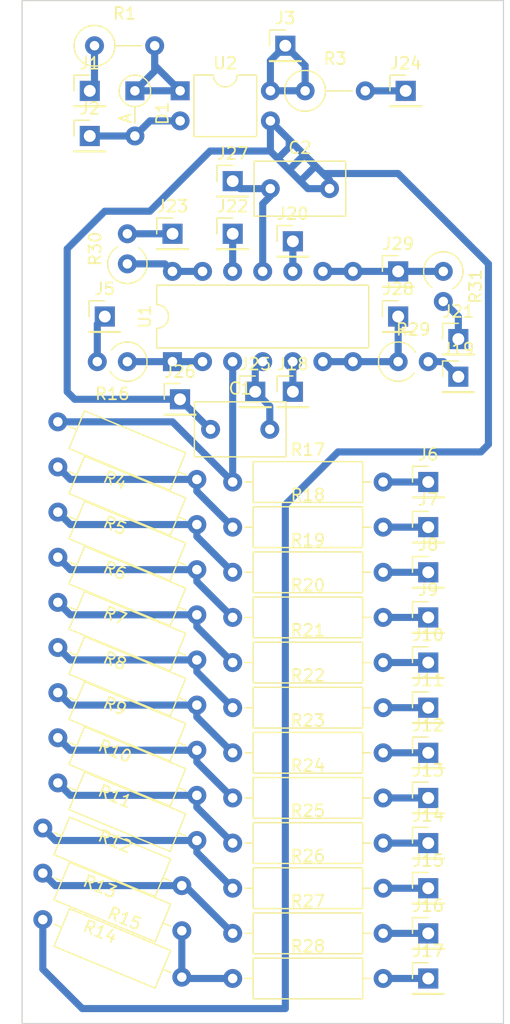
<source format=kicad_pcb>
(kicad_pcb (version 20211014) (generator pcbnew)
  (title_block (title "Arduino MIDI-CV перетворювач") (date "2022-03-11") (rev "0.3") (company "Баранов Віктор"))
  (layers (0 "F.Cu" signal) (31 "B.Cu" signal) (34 "B.Paste" user) (35 "F.Paste" user) (36 "B.SilkS" user "B.Silkscreen") (37 "F.SilkS" user "F.Silkscreen") (38 "B.Mask" user) (39 "F.Mask" user) (44 "Edge.Cuts" user))
  (net 0 "")
  (net 1 "Earth")
  (net 2 "+12V")
  (net 3 "-12V")
  (net 4 "Net-(D1-Pad1)")
  (net 5 "Net-(D1-Pad2)")
  (net 6 "Net-(J1-Pad1)")
  (net 7 "Net-(J3-Pad1)")
  (net 8 "Net-(J5-Pad1)")
  (net 9 "Net-(J6-Pad1)")
  (net 10 "Net-(J7-Pad1)")
  (net 11 "Net-(J8-Pad1)")
  (net 12 "Net-(J9-Pad1)")
  (net 13 "Net-(J10-Pad1)")
  (net 14 "Net-(J11-Pad1)")
  (net 15 "Net-(J12-Pad1)")
  (net 16 "Net-(J13-Pad1)")
  (net 17 "Net-(J14-Pad1)")
  (net 18 "Net-(J15-Pad1)")
  (net 19 "Net-(J16-Pad1)")
  (net 20 "Net-(J17-Pad1)")
  (net 21 "Net-(J18-Pad1)")
  (net 22 "Net-(J19-Pad1)")
  (net 23 "Net-(J20-Pad1)")
  (net 24 "Net-(J21-Pad1)")
  (net 25 "Net-(J22-Pad1)")
  (net 26 "Net-(J23-Pad1)")
  (net 27 "+5V")
  (net 28 "Net-(R18-Pad1)")
  (net 29 "Net-(R17-Pad1)")
  (net 30 "Net-(R19-Pad1)")
  (net 31 "Net-(R20-Pad1)")
  (net 32 "Net-(R21-Pad1)")
  (net 33 "Net-(R22-Pad1)")
  (net 34 "Net-(R10-Pad2)")
  (net 35 "Net-(R10-Pad1)")
  (net 36 "Net-(R11-Pad1)")
  (net 37 "Net-(R12-Pad1)")
  (net 38 "Net-(R13-Pad1)")
  (net 39 "Net-(R14-Pad1)")
  (net 40 "Net-(R16-Pad1)")
  (net 41 "Net-(R29-Pad1)")
  (net 42 "Net-(R31-Pad1)")
  (net 43 "Net-(U1-Pad13)")
  (footprint "Resistor_THT:R_Axial_DIN0309_L9.0mm_D3.2mm_P12.70mm_Horizontal" (layer "F.Cu") (at 127 137.16)
    (fp_text reference "R28" (at 6.35 -2.72) (layer "F.SilkS"))
    (fp_text value "1K5")
    (pad "1" thru_hole circle (at 0 0) (size 1.6 1.6) (drill 0.8) (layers *.Cu *.Mask) (net 39 "Net-(R14-Pad1)"))
    (pad "2" thru_hole oval (at 12.7 0) (size 1.6 1.6) (drill 0.8) (layers *.Cu *.Mask) (net 20 "Net-(J17-Pad1)"))
  )
  (footprint "Resistor_THT:R_Axial_DIN0309_L9.0mm_D3.2mm_P12.70mm_Horizontal" (layer "F.Cu") (at 123.976635 114.080081 157.5)
    (fp_text reference "R9" (at 6.35 -2.72 157.5) (layer "F.SilkS"))
    (fp_text value "750R")
    (pad "1" thru_hole circle (at 0 0 157.5) (size 1.6 1.6) (drill 0.8) (layers *.Cu *.Mask) (net 34 "Net-(R10-Pad2)"))
    (pad "2" thru_hole oval (at 12.7 0 157.5) (size 1.6 1.6) (drill 0.8) (layers *.Cu *.Mask) (net 33 "Net-(R22-Pad1)"))
  )
  (footprint "Resistor_THT:R_Axial_DIN0309_L9.0mm_D3.2mm_P12.70mm_Horizontal" (layer "F.Cu") (at 127 102.87)
    (fp_text reference "R19" (at 6.35 -2.72) (layer "F.SilkS"))
    (fp_text value "1K5")
    (pad "1" thru_hole circle (at 0 0) (size 1.6 1.6) (drill 0.8) (layers *.Cu *.Mask) (net 30 "Net-(R19-Pad1)"))
    (pad "2" thru_hole oval (at 12.7 0) (size 1.6 1.6) (drill 0.8) (layers *.Cu *.Mask) (net 11 "Net-(J8-Pad1)"))
  )
  (footprint "Resistor_THT:R_Axial_DIN0309_L9.0mm_D3.2mm_P12.70mm_Horizontal" (layer "F.Cu") (at 123.976635 98.840081 157.5)
    (fp_text reference "R5" (at 6.35 -2.72 157.5) (layer "F.SilkS"))
    (fp_text value "750R")
    (pad "1" thru_hole circle (at 0 0 157.5) (size 1.6 1.6) (drill 0.8) (layers *.Cu *.Mask) (net 30 "Net-(R19-Pad1)"))
    (pad "2" thru_hole oval (at 12.7 0 157.5) (size 1.6 1.6) (drill 0.8) (layers *.Cu *.Mask) (net 28 "Net-(R18-Pad1)"))
  )
  (footprint "Connector_PinHeader_2.54mm:PinHeader_1x01_P2.54mm_Vertical" (layer "F.Cu") (at 140.97 81.28)
    (fp_text reference "J28" (at 0 -2.33) (layer "F.SilkS"))
    (fp_text value "LED gate")
    (pad "1" thru_hole rect (at 0 0) (size 1.7 1.7) (drill 1) (layers *.Cu *.Mask) (net 41 "Net-(R29-Pad1)"))
  )
  (footprint "Resistor_THT:R_Axial_DIN0309_L9.0mm_D3.2mm_P12.70mm_Horizontal" (layer "F.Cu") (at 127 118.11)
    (fp_text reference "R23" (at 6.35 -2.72) (layer "F.SilkS"))
    (fp_text value "1K5")
    (pad "1" thru_hole circle (at 0 0) (size 1.6 1.6) (drill 0.8) (layers *.Cu *.Mask) (net 34 "Net-(R10-Pad2)"))
    (pad "2" thru_hole oval (at 12.7 0) (size 1.6 1.6) (drill 0.8) (layers *.Cu *.Mask) (net 15 "Net-(J12-Pad1)"))
  )
  (footprint "Connector_PinHeader_2.54mm:PinHeader_1x01_P2.54mm_Vertical" (layer "F.Cu") (at 143.51 95.25)
    (fp_text reference "J6" (at 0 -2.33) (layer "F.SilkS"))
    (fp_text value "D34(PC3)")
    (pad "1" thru_hole rect (at 0 0) (size 1.7 1.7) (drill 1) (layers *.Cu *.Mask) (net 9 "Net-(J6-Pad1)"))
  )
  (footprint "Connector_PinHeader_2.54mm:PinHeader_1x01_P2.54mm_Vertical" (layer "F.Cu") (at 143.51 125.73)
    (fp_text reference "J14" (at 0 -2.33) (layer "F.SilkS"))
    (fp_text value "D25(PA3)")
    (pad "1" thru_hole rect (at 0 0) (size 1.7 1.7) (drill 1) (layers *.Cu *.Mask) (net 17 "Net-(J14-Pad1)"))
  )
  (footprint "Diode_THT:D_DO-35_SOD27_P3.81mm_Vertical_AnodeUp" (layer "F.Cu") (at 118.745 62.23 -90)
    (fp_text reference "D1" (at 1.905 -2.326371 90) (layer "F.SilkS"))
    (fp_text value "1N4148")
    (fp_text user "A" (at 2.31 0.8 90) (layer "F.SilkS"))
    (pad "1" thru_hole rect (at 0 0 270) (size 1.6 1.6) (drill 0.8) (layers *.Cu *.Mask) (net 4 "Net-(D1-Pad1)"))
    (pad "2" thru_hole oval (at 3.81 0 270) (size 1.6 1.6) (drill 0.8) (layers *.Cu *.Mask) (net 5 "Net-(D1-Pad2)"))
  )
  (footprint "Resistor_THT:R_Axial_DIN0309_L9.0mm_D3.2mm_P12.70mm_Horizontal" (layer "F.Cu") (at 127 114.3)
    (fp_text reference "R22" (at 6.35 -2.72) (layer "F.SilkS"))
    (fp_text value "1K5")
    (pad "1" thru_hole circle (at 0 0) (size 1.6 1.6) (drill 0.8) (layers *.Cu *.Mask) (net 33 "Net-(R22-Pad1)"))
    (pad "2" thru_hole oval (at 12.7 0) (size 1.6 1.6) (drill 0.8) (layers *.Cu *.Mask) (net 14 "Net-(J11-Pad1)"))
  )
  (footprint "Resistor_THT:R_Axial_DIN0309_L9.0mm_D3.2mm_P12.70mm_Horizontal" (layer "F.Cu") (at 127 133.35)
    (fp_text reference "R27" (at 6.35 -2.72) (layer "F.SilkS"))
    (fp_text value "1K5")
    (pad "1" thru_hole circle (at 0 0) (size 1.6 1.6) (drill 0.8) (layers *.Cu *.Mask) (net 38 "Net-(R13-Pad1)"))
    (pad "2" thru_hole oval (at 12.7 0) (size 1.6 1.6) (drill 0.8) (layers *.Cu *.Mask) (net 19 "Net-(J16-Pad1)"))
  )
  (footprint "Resistor_THT:R_Axial_DIN0309_L9.0mm_D3.2mm_P12.70mm_Horizontal" (layer "F.Cu") (at 123.976635 110.270081 157.5)
    (fp_text reference "R8" (at 6.35 -2.72 157.5) (layer "F.SilkS"))
    (fp_text value "750R")
    (pad "1" thru_hole circle (at 0 0 157.5) (size 1.6 1.6) (drill 0.8) (layers *.Cu *.Mask) (net 33 "Net-(R22-Pad1)"))
    (pad "2" thru_hole oval (at 12.7 0 157.5) (size 1.6 1.6) (drill 0.8) (layers *.Cu *.Mask) (net 32 "Net-(R21-Pad1)"))
  )
  (footprint "Capacitor_THT:C_Disc_D7.5mm_W4.4mm_P5.00mm" (layer "F.Cu") (at 130.175 70.485)
    (fp_text reference "C2" (at 2.5 -3.45) (layer "F.SilkS"))
    (fp_text value "C")
    (pad "1" thru_hole circle (at 0 0) (size 1.6 1.6) (drill 0.8) (layers *.Cu *.Mask) (net 3 "-12V"))
    (pad "2" thru_hole circle (at 5 0) (size 1.6 1.6) (drill 0.8) (layers *.Cu *.Mask) (net 1 "Earth"))
  )
  (footprint "Resistor_THT:R_Axial_DIN0309_L9.0mm_D3.2mm_P12.70mm_Horizontal" (layer "F.Cu") (at 123.976635 102.650081 157.5)
    (fp_text reference "R6" (at 6.35 -2.72 157.5) (layer "F.SilkS"))
    (fp_text value "750R")
    (pad "1" thru_hole circle (at 0 0 157.5) (size 1.6 1.6) (drill 0.8) (layers *.Cu *.Mask) (net 31 "Net-(R20-Pad1)"))
    (pad "2" thru_hole oval (at 12.7 0 157.5) (size 1.6 1.6) (drill 0.8) (layers *.Cu *.Mask) (net 30 "Net-(R19-Pad1)"))
  )
  (footprint "Connector_PinHeader_2.54mm:PinHeader_1x01_P2.54mm_Vertical" (layer "F.Cu") (at 116.205 81.28)
    (fp_text reference "J5" (at 0 -2.33) (layer "F.SilkS"))
    (fp_text value "CV out")
    (pad "1" thru_hole rect (at 0 0) (size 1.7 1.7) (drill 1) (layers *.Cu *.Mask) (net 8 "Net-(J5-Pad1)"))
  )
  (footprint "Connector_PinHeader_2.54mm:PinHeader_1x01_P2.54mm_Vertical" (layer "F.Cu") (at 143.51 129.54)
    (fp_text reference "J15" (at 0 -2.33) (layer "F.SilkS"))
    (fp_text value "D24(PA2)")
    (pad "1" thru_hole rect (at 0 0) (size 1.7 1.7) (drill 1) (layers *.Cu *.Mask) (net 18 "Net-(J15-Pad1)"))
  )
  (footprint "Resistor_THT:R_Axial_DIN0309_L9.0mm_D3.2mm_P12.70mm_Horizontal" (layer "F.Cu") (at 110.973365 132.189961 -22.5)
    (fp_text reference "R15" (at 6.35 -2.72 157.5) (layer "F.SilkS"))
    (fp_text value "1K5")
    (pad "1" thru_hole circle (at 0 0 337.5) (size 1.6 1.6) (drill 0.8) (layers *.Cu *.Mask) (net 1 "Earth"))
    (pad "2" thru_hole oval (at 12.7 0 337.5) (size 1.6 1.6) (drill 0.8) (layers *.Cu *.Mask) (net 39 "Net-(R14-Pad1)"))
  )
  (footprint "Resistor_THT:R_Axial_DIN0309_L9.0mm_D3.2mm_P12.70mm_Horizontal" (layer "F.Cu") (at 123.976635 106.460081 157.5)
    (fp_text reference "R7" (at 6.35 -2.72 157.5) (layer "F.SilkS"))
    (fp_text value "750R")
    (pad "1" thru_hole circle (at 0 0 157.5) (size 1.6 1.6) (drill 0.8) (layers *.Cu *.Mask) (net 32 "Net-(R21-Pad1)"))
    (pad "2" thru_hole oval (at 12.7 0 157.5) (size 1.6 1.6) (drill 0.8) (layers *.Cu *.Mask) (net 31 "Net-(R20-Pad1)"))
  )
  (footprint "Resistor_THT:R_Axial_DIN0309_L9.0mm_D3.2mm_P5.08mm_Vertical" (layer "F.Cu") (at 115.335 58.42)
    (fp_text reference "R1" (at 2.54 -2.72) (layer "F.SilkS"))
    (fp_text value "50-220(220 standard)")
    (pad "1" thru_hole circle (at 0 0) (size 1.6 1.6) (drill 0.8) (layers *.Cu *.Mask) (net 6 "Net-(J1-Pad1)"))
    (pad "2" thru_hole oval (at 5.08 0) (size 1.6 1.6) (drill 0.8) (layers *.Cu *.Mask) (net 4 "Net-(D1-Pad1)"))
  )
  (footprint "Resistor_THT:R_Axial_DIN0309_L9.0mm_D3.2mm_P12.70mm_Horizontal" (layer "F.Cu") (at 127 110.49)
    (fp_text reference "R21" (at 6.35 -2.72) (layer "F.SilkS"))
    (fp_text value "1K5")
    (pad "1" thru_hole circle (at 0 0) (size 1.6 1.6) (drill 0.8) (layers *.Cu *.Mask) (net 32 "Net-(R21-Pad1)"))
    (pad "2" thru_hole oval (at 12.7 0) (size 1.6 1.6) (drill 0.8) (layers *.Cu *.Mask) (net 13 "Net-(J10-Pad1)"))
  )
  (footprint "Resistor_THT:R_Axial_DIN0309_L9.0mm_D3.2mm_P12.70mm_Horizontal" (layer "F.Cu") (at 127 121.92)
    (fp_text reference "R24" (at 6.35 -2.72) (layer "F.SilkS"))
    (fp_text value "1K5")
    (pad "1" thru_hole circle (at 0 0) (size 1.6 1.6) (drill 0.8) (layers *.Cu *.Mask) (net 35 "Net-(R10-Pad1)"))
    (pad "2" thru_hole oval (at 12.7 0) (size 1.6 1.6) (drill 0.8) (layers *.Cu *.Mask) (net 16 "Net-(J13-Pad1)"))
  )
  (footprint "Resistor_THT:R_Axial_DIN0309_L9.0mm_D3.2mm_P12.70mm_Horizontal" (layer "F.Cu") (at 123.976635 117.890081 157.5)
    (fp_text reference "R10" (at 6.35 -2.72 157.5) (layer "F.SilkS"))
    (fp_text value "750R")
    (pad "1" thru_hole circle (at 0 0 157.5) (size 1.6 1.6) (drill 0.8) (layers *.Cu *.Mask) (net 35 "Net-(R10-Pad1)"))
    (pad "2" thru_hole oval (at 12.7 0 157.5) (size 1.6 1.6) (drill 0.8) (layers *.Cu *.Mask) (net 34 "Net-(R10-Pad2)"))
  )
  (footprint "Connector_PinHeader_2.54mm:PinHeader_1x01_P2.54mm_Vertical" (layer "F.Cu") (at 143.51 106.68)
    (fp_text reference "J9" (at 0 -2.33) (layer "F.SilkS"))
    (fp_text value "D37(PC0)")
    (pad "1" thru_hole rect (at 0 0) (size 1.7 1.7) (drill 1) (layers *.Cu *.Mask) (net 12 "Net-(J9-Pad1)"))
  )
  (footprint "Connector_PinHeader_2.54mm:PinHeader_1x01_P2.54mm_Vertical" (layer "F.Cu") (at 114.935 62.23)
    (fp_text reference "J1" (at 0 -2.33) (layer "F.SilkS"))
    (fp_text value "MIDI current source")
    (pad "1" thru_hole rect (at 0 0) (size 1.7 1.7) (drill 1) (layers *.Cu *.Mask) (net 6 "Net-(J1-Pad1)"))
  )
  (footprint "Connector_PinHeader_2.54mm:PinHeader_1x01_P2.54mm_Vertical" (layer "F.Cu") (at 121.92 74.295)
    (fp_text reference "J23" (at 0 -2.33) (layer "F.SilkS"))
    (fp_text value "buff out")
    (pad "1" thru_hole rect (at 0 0) (size 1.7 1.7) (drill 1) (layers *.Cu *.Mask) (net 26 "Net-(J23-Pad1)"))
  )
  (footprint "Capacitor_THT:C_Disc_D7.5mm_W4.4mm_P5.00mm" (layer "F.Cu") (at 125.135 90.805)
    (fp_text reference "C1" (at 2.5 -3.45) (layer "F.SilkS"))
    (fp_text value "C")
    (pad "1" thru_hole circle (at 0 0) (size 1.6 1.6) (drill 0.8) (layers *.Cu *.Mask) (net 1 "Earth"))
    (pad "2" thru_hole circle (at 5 0) (size 1.6 1.6) (drill 0.8) (layers *.Cu *.Mask) (net 2 "+12V"))
  )
  (footprint "Connector_PinHeader_2.54mm:PinHeader_1x01_P2.54mm_Vertical" (layer "F.Cu") (at 146.05 83.185)
    (fp_text reference "J21" (at 0 -2.33) (layer "F.SilkS"))
    (fp_text value "CLOCK OUT")
    (pad "1" thru_hole rect (at 0 0) (size 1.7 1.7) (drill 1) (layers *.Cu *.Mask) (net 24 "Net-(J21-Pad1)"))
  )
  (footprint "Connector_PinHeader_2.54mm:PinHeader_1x01_P2.54mm_Vertical" (layer "F.Cu") (at 146.05 86.36)
    (fp_text reference "J19" (at 0 -2.33) (layer "F.SilkS"))
    (fp_text value "GATE OUT")
    (pad "1" thru_hole rect (at 0 0) (size 1.7 1.7) (drill 1) (layers *.Cu *.Mask) (net 22 "Net-(J19-Pad1)"))
  )
  (footprint "Connector_PinHeader_2.54mm:PinHeader_1x01_P2.54mm_Vertical" (layer "F.Cu") (at 127 69.85)
    (fp_text reference "J27" (at 0 -2.33) (layer "F.SilkS"))
    (fp_text value "-12v")
    (pad "1" thru_hole rect (at 0 0) (size 1.7 1.7) (drill 1) (layers *.Cu *.Mask) (net 3 "-12V"))
  )
  (footprint "Resistor_THT:R_Axial_DIN0309_L9.0mm_D3.2mm_P12.70mm_Horizontal" (layer "F.Cu") (at 127 129.54)
    (fp_text reference "R26" (at 6.35 -2.72) (layer "F.SilkS"))
    (fp_text value "1K5")
    (pad "1" thru_hole circle (at 0 0) (size 1.6 1.6) (drill 0.8) (layers *.Cu *.Mask) (net 37 "Net-(R12-Pad1)"))
    (pad "2" thru_hole oval (at 12.7 0) (size 1.6 1.6) (drill 0.8) (layers *.Cu *.Mask) (net 18 "Net-(J15-Pad1)"))
  )
  (footprint "Resistor_THT:R_Axial_DIN0309_L9.0mm_D3.2mm_P12.70mm_Horizontal" (layer "F.Cu") (at 122.706635 133.130081 157.5)
    (fp_text reference "R14" (at 6.35 -2.72 157.5) (layer "F.SilkS"))
    (fp_text value "750R")
    (pad "1" thru_hole circle (at 0 0 157.5) (size 1.6 1.6) (drill 0.8) (layers *.Cu *.Mask) (net 39 "Net-(R14-Pad1)"))
    (pad "2" thru_hole oval (at 12.7 0 157.5) (size 1.6 1.6) (drill 0.8) (layers *.Cu *.Mask) (net 38 "Net-(R13-Pad1)"))
  )
  (footprint "Connector_PinHeader_2.54mm:PinHeader_1x01_P2.54mm_Vertical" (layer "F.Cu") (at 132.08 87.63)
    (fp_text reference "J18" (at 0 -2.33) (layer "F.SilkS"))
    (fp_text value "D5(gate)")
    (pad "1" thru_hole rect (at 0 0) (size 1.7 1.7) (drill 1) (layers *.Cu *.Mask) (net 21 "Net-(J18-Pad1)"))
  )
  (footprint "Connector_PinHeader_2.54mm:PinHeader_1x01_P2.54mm_Vertical" (layer "F.Cu") (at 141.605 62.23)
    (fp_text reference "J24" (at 0 -2.33) (layer "F.SilkS"))
    (fp_text value "5v")
    (pad "1" thru_hole rect (at 0 0) (size 1.7 1.7) (drill 1) (layers *.Cu *.Mask) (net 27 "+5V"))
  )
  (footprint "Connector_PinHeader_2.54mm:PinHeader_1x01_P2.54mm_Vertical" (layer "F.Cu") (at 143.51 99.06)
    (fp_text reference "J7" (at 0 -2.33) (layer "F.SilkS"))
    (fp_text value "D35(PC2)")
    (pad "1" thru_hole rect (at 0 0) (size 1.7 1.7) (drill 1) (layers *.Cu *.Mask) (net 10 "Net-(J7-Pad1)"))
  )
  (footprint "Resistor_THT:R_Axial_DIN0309_L9.0mm_D3.2mm_P2.54mm_Vertical" (layer "F.Cu") (at 140.97 85.09)
    (fp_text reference "R29" (at 1.27 -2.72) (layer "F.SilkS"))
    (fp_text value "100R")
    (pad "1" thru_hole circle (at 0 0) (size 1.6 1.6) (drill 0.8) (layers *.Cu *.Mask) (net 41 "Net-(R29-Pad1)"))
    (pad "2" thru_hole oval (at 2.54 0) (size 1.6 1.6) (drill 0.8) (layers *.Cu *.Mask) (net 22 "Net-(J19-Pad1)"))
  )
  (footprint "Connector_PinHeader_2.54mm:PinHeader_1x01_P2.54mm_Vertical" (layer "F.Cu") (at 143.51 114.3)
    (fp_text reference "J11" (at 0 -2.33) (layer "F.SilkS"))
    (fp_text value "D28(PA6)")
    (pad "1" thru_hole rect (at 0 0) (size 1.7 1.7) (drill 1) (layers *.Cu *.Mask) (net 14 "Net-(J11-Pad1)"))
  )
  (footprint "Package_DIP:DIP-4_W7.62mm" (layer "F.Cu") (at 122.565 62.225)
    (fp_text reference "U2" (at 3.81 -2.33) (layer "F.SilkS"))
    (fp_text value " Optocoupler ~3uS")
    (pad "1" thru_hole rect (at 0 0) (size 1.6 1.6) (drill 0.8) (layers *.Cu *.Mask) (net 4 "Net-(D1-Pad1)"))
    (pad "2" thru_hole oval (at 0 2.54) (size 1.6 1.6) (drill 0.8) (layers *.Cu *.Mask) (net 5 "Net-(D1-Pad2)"))
    (pad "3" thru_hole oval (at 7.62 2.54) (size 1.6 1.6) (drill 0.8) (layers *.Cu *.Mask) (net 1 "Earth"))
    (pad "4" thru_hole oval (at 7.62 0) (size 1.6 1.6) (drill 0.8) (layers *.Cu *.Mask) (net 7 "Net-(J3-Pad1)"))
  )
  (footprint "Connector_PinHeader_2.54mm:PinHeader_1x01_P2.54mm_Vertical" (layer "F.Cu") (at 122.555 88.265)
    (fp_text reference "J26" (at 0 -2.33) (layer "F.SilkS"))
    (fp_text value "0v")
    (pad "1" thru_hole rect (at 0 0) (size 1.7 1.7) (drill 1) (layers *.Cu *.Mask) (net 1 "Earth"))
  )
  (footprint "Connector_PinHeader_2.54mm:PinHeader_1x01_P2.54mm_Vertical" (layer "F.Cu") (at 128.905 87.63)
    (fp_text reference "J25" (at 0 -2.33) (layer "F.SilkS"))
    (fp_text value "12v")
    (pad "1" thru_hole rect (at 0 0) (size 1.7 1.7) (drill 1) (layers *.Cu *.Mask) (net 2 "+12V"))
  )
  (footprint "Connector_PinHeader_2.54mm:PinHeader_1x01_P2.54mm_Vertical" (layer "F.Cu") (at 143.51 137.16)
    (fp_text reference "J17" (at 0 -2.33) (layer "F.SilkS"))
    (fp_text value "D22(PA0)")
    (pad "1" thru_hole rect (at 0 0) (size 1.7 1.7) (drill 1) (layers *.Cu *.Mask) (net 20 "Net-(J17-Pad1)"))
  )
  (footprint "Resistor_THT:R_Axial_DIN0309_L9.0mm_D3.2mm_P12.70mm_Horizontal" (layer "F.Cu") (at 123.976635 121.700081 157.5)
    (fp_text reference "R11" (at 6.35 -2.72 157.5) (layer "F.SilkS"))
    (fp_text value "750R")
    (pad "1" thru_hole circle (at 0 0 157.5) (size 1.6 1.6) (drill 0.8) (layers *.Cu *.Mask) (net 36 "Net-(R11-Pad1)"))
    (pad "2" thru_hole oval (at 12.7 0 157.5) (size 1.6 1.6) (drill 0.8) (layers *.Cu *.Mask) (net 35 "Net-(R10-Pad1)"))
  )
  (footprint "Resistor_THT:R_Axial_DIN0309_L9.0mm_D3.2mm_P2.54mm_Vertical" (layer "F.Cu") (at 118.11 76.835 90)
    (fp_text reference "R30" (at 1.27 -2.72 90) (layer "F.SilkS"))
    (fp_text value "100R")
    (pad "1" thru_hole circle (at 0 0 90) (size 1.6 1.6) (drill 0.8) (layers *.Cu *.Mask) (net 43 "Net-(U1-Pad13)"))
    (pad "2" thru_hole oval (at 2.54 0 90) (size 1.6 1.6) (drill 0.8) (layers *.Cu *.Mask) (net 26 "Net-(J23-Pad1)"))
  )
  (footprint "Resistor_THT:R_Axial_DIN0309_L9.0mm_D3.2mm_P2.54mm_Vertical" (layer "F.Cu") (at 118.11 85.09 180)
    (fp_text reference "R16" (at 1.27 -2.72 180) (layer "F.SilkS"))
    (fp_text value "100R")
    (pad "1" thru_hole circle (at 0 0 180) (size 1.6 1.6) (drill 0.8) (layers *.Cu *.Mask) (net 40 "Net-(R16-Pad1)"))
    (pad "2" thru_hole oval (at 2.54 0 180) (size 1.6 1.6) (drill 0.8) (layers *.Cu *.Mask) (net 8 "Net-(J5-Pad1)"))
  )
  (footprint "Resistor_THT:R_Axial_DIN0309_L9.0mm_D3.2mm_P12.70mm_Horizontal" (layer "F.Cu") (at 127 106.68)
    (fp_text reference "R20" (at 6.35 -2.72) (layer "F.SilkS"))
    (fp_text value "1K5")
    (pad "1" thru_hole circle (at 0 0) (size 1.6 1.6) (drill 0.8) (layers *.Cu *.Mask) (net 31 "Net-(R20-Pad1)"))
    (pad "2" thru_hole oval (at 12.7 0) (size 1.6 1.6) (drill 0.8) (layers *.Cu *.Mask) (net 12 "Net-(J9-Pad1)"))
  )
  (footprint "Resistor_THT:R_Axial_DIN0309_L9.0mm_D3.2mm_P12.70mm_Horizontal" (layer "F.Cu") (at 127 95.25)
    (fp_text reference "R17" (at 6.35 -2.72) (layer "F.SilkS"))
    (fp_text value "1K5")
    (pad "1" thru_hole circle (at 0 0) (size 1.6 1.6) (drill 0.8) (layers *.Cu *.Mask) (net 29 "Net-(R17-Pad1)"))
    (pad "2" thru_hole oval (at 12.7 0) (size 1.6 1.6) (drill 0.8) (layers *.Cu *.Mask) (net 9 "Net-(J6-Pad1)"))
  )
  (footprint "Package_DIP:DIP-14_W7.62mm" (layer "F.Cu") (at 121.915 85.09 90)
    (fp_text reference "U1" (at 3.81 -2.33 90) (layer "F.SilkS"))
    (fp_text value "TL064")
    (pad "1" thru_hole rect (at 0 0 90) (size 1.6 1.6) (drill 0.8) (layers *.Cu *.Mask) (net 40 "Net-(R16-Pad1)"))
    (pad "2" thru_hole oval (at 0 2.54 90) (size 1.6 1.6) (drill 0.8) (layers *.Cu *.Mask) (net 40 "Net-(R16-Pad1)"))
    (pad "3" thru_hole oval (at 0 5.08 90) (size 1.6 1.6) (drill 0.8) (layers *.Cu *.Mask) (net 29 "Net-(R17-Pad1)"))
    (pad "4" thru_hole oval (at 0 7.62 90) (size 1.6 1.6) (drill 0.8) (layers *.Cu *.Mask) (net 2 "+12V"))
    (pad "5" thru_hole oval (at 0 10.16 90) (size 1.6 1.6) (drill 0.8) (layers *.Cu *.Mask) (net 21 "Net-(J18-Pad1)"))
    (pad "6" thru_hole oval (at 0 12.7 90) (size 1.6 1.6) (drill 0.8) (layers *.Cu *.Mask) (net 41 "Net-(R29-Pad1)"))
    (pad "7" thru_hole oval (at 0 15.24 90) (size 1.6 1.6) (drill 0.8) (layers *.Cu *.Mask) (net 41 "Net-(R29-Pad1)"))
    (pad "8" thru_hole oval (at 7.62 15.24 90) (size 1.6 1.6) (drill 0.8) (layers *.Cu *.Mask) (net 42 "Net-(R31-Pad1)"))
    (pad "9" thru_hole oval (at 7.62 12.7 90) (size 1.6 1.6) (drill 0.8) (layers *.Cu *.Mask) (net 42 "Net-(R31-Pad1)"))
    (pad "10" thru_hole oval (at 7.62 10.16 90) (size 1.6 1.6) (drill 0.8) (layers *.Cu *.Mask) (net 23 "Net-(J20-Pad1)"))
    (pad "11" thru_hole oval (at 7.62 7.62 90) (size 1.6 1.6) (drill 0.8) (layers *.Cu *.Mask) (net 3 "-12V"))
    (pad "12" thru_hole oval (at 7.62 5.08 90) (size 1.6 1.6) (drill 0.8) (layers *.Cu *.Mask) (net 25 "Net-(J22-Pad1)"))
    (pad "13" thru_hole oval (at 7.62 2.54 90) (size 1.6 1.6) (drill 0.8) (layers *.Cu *.Mask) (net 43 "Net-(U1-Pad13)"))
    (pad "14" thru_hole oval (at 7.62 0 90) (size 1.6 1.6) (drill 0.8) (layers *.Cu *.Mask) (net 43 "Net-(U1-Pad13)"))
  )
  (footprint "Resistor_THT:R_Axial_DIN0309_L9.0mm_D3.2mm_P2.54mm_Vertical" (layer "F.Cu") (at 144.78 77.47 -90)
    (fp_text reference "R31" (at 1.27 -2.72 -90) (layer "F.SilkS"))
    (fp_text value "100R")
    (pad "1" thru_hole circle (at 0 0 270) (size 1.6 1.6) (drill 0.8) (layers *.Cu *.Mask) (net 42 "Net-(R31-Pad1)"))
    (pad "2" thru_hole oval (at 2.54 0 270) (size 1.6 1.6) (drill 0.8) (layers *.Cu *.Mask) (net 24 "Net-(J21-Pad1)"))
  )
  (footprint "Resistor_THT:R_Axial_DIN0309_L9.0mm_D3.2mm_P12.70mm_Horizontal" (layer "F.Cu") (at 122.706635 129.320081 157.5)
    (fp_text reference "R13" (at 6.35 -2.72 157.5) (layer "F.SilkS"))
    (fp_text value "750R")
    (pad "1" thru_hole circle (at 0 0 157.5) (size 1.6 1.6) (drill 0.8) (layers *.Cu *.Mask) (net 38 "Net-(R13-Pad1)"))
    (pad "2" thru_hole oval (at 12.7 0 157.5) (size 1.6 1.6) (drill 0.8) (layers *.Cu *.Mask) (net 37 "Net-(R12-Pad1)"))
  )
  (footprint "Connector_PinHeader_2.54mm:PinHeader_1x01_P2.54mm_Vertical" (layer "F.Cu") (at 131.445 58.42)
    (fp_text reference "J3" (at 0 -2.33) (layer "F.SilkS"))
    (fp_text value "ARDUINO RX")
    (pad "1" thru_hole rect (at 0 0) (size 1.7 1.7) (drill 1) (layers *.Cu *.Mask) (net 7 "Net-(J3-Pad1)"))
  )
  (footprint "Connector_PinHeader_2.54mm:PinHeader_1x01_P2.54mm_Vertical" (layer "F.Cu") (at 143.51 118.11)
    (fp_text reference "J12" (at 0 -2.33) (layer "F.SilkS"))
    (fp_text value "D27(PA5)")
    (pad "1" thru_hole rect (at 0 0) (size 1.7 1.7) (drill 1) (layers *.Cu *.Mask) (net 15 "Net-(J12-Pad1)"))
  )
  (footprint "Resistor_THT:R_Axial_DIN0309_L9.0mm_D3.2mm_P12.70mm_Horizontal" (layer "F.Cu") (at 123.976635 95.030081 157.5)
    (fp_text reference "R4" (at 6.35 -2.72 157.5) (layer "F.SilkS"))
    (fp_text value "750R")
    (pad "1" thru_hole circle (at 0 0 157.5) (size 1.6 1.6) (drill 0.8) (layers *.Cu *.Mask) (net 28 "Net-(R18-Pad1)"))
    (pad "2" thru_hole oval (at 12.7 0 157.5) (size 1.6 1.6) (drill 0.8) (layers *.Cu *.Mask) (net 29 "Net-(R17-Pad1)"))
  )
  (footprint "Connector_PinHeader_2.54mm:PinHeader_1x01_P2.54mm_Vertical" (layer "F.Cu") (at 143.51 121.92)
    (fp_text reference "J13" (at 0 -2.33) (layer "F.SilkS"))
    (fp_text value "D26(PA4)")
    (pad "1" thru_hole rect (at 0 0) (size 1.7 1.7) (drill 1) (layers *.Cu *.Mask) (net 16 "Net-(J13-Pad1)"))
  )
  (footprint "Resistor_THT:R_Axial_DIN0309_L9.0mm_D3.2mm_P12.70mm_Horizontal" (layer "F.Cu") (at 123.976635 125.510081 157.5)
    (fp_text reference "R12" (at 6.35 -2.72 157.5) (layer "F.SilkS"))
    (fp_text value "750R")
    (pad "1" thru_hole circle (at 0 0 157.5) (size 1.6 1.6) (drill 0.8) (layers *.Cu *.Mask) (net 37 "Net-(R12-Pad1)"))
    (pad "2" thru_hole oval (at 12.7 0 157.5) (size 1.6 1.6) (drill 0.8) (layers *.Cu *.Mask) (net 36 "Net-(R11-Pad1)"))
  )
  (footprint "Connector_PinHeader_2.54mm:PinHeader_1x01_P2.54mm_Vertical" (layer "F.Cu") (at 143.51 102.87)
    (fp_text reference "J8" (at 0 -2.33) (layer "F.SilkS"))
    (fp_text value "D36(PC1)")
    (pad "1" thru_hole rect (at 0 0) (size 1.7 1.7) (drill 1) (layers *.Cu *.Mask) (net 11 "Net-(J8-Pad1)"))
  )
  (footprint "Connector_PinHeader_2.54mm:PinHeader_1x01_P2.54mm_Vertical" (layer "F.Cu") (at 114.935 66.04)
    (fp_text reference "J2" (at 0 -2.33) (layer "F.SilkS"))
    (fp_text value "Midi GND")
    (pad "1" thru_hole rect (at 0 0) (size 1.7 1.7) (drill 1) (layers *.Cu *.Mask) (net 5 "Net-(D1-Pad2)"))
  )
  (footprint "Connector_PinHeader_2.54mm:PinHeader_1x01_P2.54mm_Vertical" (layer "F.Cu") (at 127 74.295)
    (fp_text reference "J22" (at 0 -2.33) (layer "F.SilkS"))
    (fp_text value "Buff in")
    (pad "1" thru_hole rect (at 0 0) (size 1.7 1.7) (drill 1) (layers *.Cu *.Mask) (net 25 "Net-(J22-Pad1)"))
  )
  (footprint "Connector_PinHeader_2.54mm:PinHeader_1x01_P2.54mm_Vertical" (layer "F.Cu") (at 143.51 133.35)
    (fp_text reference "J16" (at 0 -2.33) (layer "F.SilkS"))
    (fp_text value "D23(PA1)")
    (pad "1" thru_hole rect (at 0 0) (size 1.7 1.7) (drill 1) (layers *.Cu *.Mask) (net 19 "Net-(J16-Pad1)"))
  )
  (footprint "Connector_PinHeader_2.54mm:PinHeader_1x01_P2.54mm_Vertical" (layer "F.Cu") (at 140.97 77.47)
    (fp_text reference "J29" (at 0 -2.33) (layer "F.SilkS"))
    (fp_text value "LED clock")
    (pad "1" thru_hole rect (at 0 0) (size 1.7 1.7) (drill 1) (layers *.Cu *.Mask) (net 42 "Net-(R31-Pad1)"))
  )
  (footprint "Resistor_THT:R_Axial_DIN0309_L9.0mm_D3.2mm_P5.08mm_Vertical" (layer "F.Cu") (at 133.115 62.23)
    (fp_text reference "R3" (at 2.54 -2.72) (layer "F.SilkS"))
    (fp_text value "~220R")
    (pad "1" thru_hole circle (at 0 0) (size 1.6 1.6) (drill 0.8) (layers *.Cu *.Mask) (net 7 "Net-(J3-Pad1)"))
    (pad "2" thru_hole oval (at 5.08 0) (size 1.6 1.6) (drill 0.8) (layers *.Cu *.Mask) (net 27 "+5V"))
  )
  (footprint "Resistor_THT:R_Axial_DIN0309_L9.0mm_D3.2mm_P12.70mm_Horizontal" (layer "F.Cu") (at 127 99.06)
    (fp_text reference "R18" (at 6.35 -2.72) (layer "F.SilkS"))
    (fp_text value "1K5")
    (pad "1" thru_hole circle (at 0 0) (size 1.6 1.6) (drill 0.8) (layers *.Cu *.Mask) (net 28 "Net-(R18-Pad1)"))
    (pad "2" thru_hole oval (at 12.7 0) (size 1.6 1.6) (drill 0.8) (layers *.Cu *.Mask) (net 10 "Net-(J7-Pad1)"))
  )
  (footprint "Connector_PinHeader_2.54mm:PinHeader_1x01_P2.54mm_Vertical" (layer "F.Cu") (at 143.51 110.49)
    (fp_text reference "J10" (at 0 -2.33) (layer "F.SilkS"))
    (fp_text value "D29(PA7)")
    (pad "1" thru_hole rect (at 0 0) (size 1.7 1.7) (drill 1) (layers *.Cu *.Mask) (net 13 "Net-(J10-Pad1)"))
  )
  (footprint "Connector_PinHeader_2.54mm:PinHeader_1x01_P2.54mm_Vertical" (layer "F.Cu") (at 132.08 74.93)
    (fp_text reference "J20" (at 0 -2.33) (layer "F.SilkS"))
    (fp_text value "D4(clk)")
    (pad "1" thru_hole rect (at 0 0) (size 1.7 1.7) (drill 1) (layers *.Cu *.Mask) (net 23 "Net-(J20-Pad1)"))
  )
  (footprint "Resistor_THT:R_Axial_DIN0309_L9.0mm_D3.2mm_P12.70mm_Horizontal" (layer "F.Cu") (at 127 125.73)
    (fp_text reference "R25" (at 6.35 -2.72) (layer "F.SilkS"))
    (fp_text value "1K5")
    (pad "1" thru_hole circle (at 0 0) (size 1.6 1.6) (drill 0.8) (layers *.Cu *.Mask) (net 36 "Net-(R11-Pad1)"))
    (pad "2" thru_hole oval (at 12.7 0) (size 1.6 1.6) (drill 0.8) (layers *.Cu *.Mask) (net 17 "Net-(J14-Pad1)"))
  )
  (gr_rect (start 109.22 140.97) (end 149.86 54.61) (layer "Edge.Cuts") (width 0.1) (fill none))
  (segment (start 132.715 69.85) (end 131.7625 68.8975) (width 0.6) (layer "B.Cu") (net 1))
  (segment (start 125.135 90.805) (end 125.095 90.805) (width 0.6) (layer "B.Cu") (net 1))
  (segment (start 131.77 66.985) (end 131.77 66.35) (width 0.6) (layer "B.Cu") (net 1))
  (segment (start 125.095 67.31) (end 120.015 72.39) (width 0.6) (layer "B.Cu") (net 1))
  (segment (start 148.59 92.075) (end 147.955 92.71) (width 0.6) (layer "B.Cu") (net 1))
  (segment (start 120.015 72.39) (end 116.205 72.39) (width 0.6) (layer "B.Cu") (net 1))
  (segment (start 135.175 70.485) (end 133.35 70.485) (width 0.6) (layer "B.Cu") (net 1))
  (segment (start 130.81 67.945) (end 131.77 66.985) (width 0.6) (layer "B.Cu") (net 1))
  (segment (start 140.9625 69.2075) (end 148.59 76.835) (width 0.6) (layer "B.Cu") (net 1))
  (segment (start 131.445 97.155) (end 131.445 139.7) (width 0.6) (layer "B.Cu") (net 1))
  (segment (start 133.9925 68.5725) (end 134.6275 69.2075) (width 0.6) (layer "B.Cu") (net 1))
  (segment (start 110.973365 136.373365) (end 110.973365 132.189961) (width 0.6) (layer "B.Cu") (net 1))
  (segment (start 130.185 67.3) (end 130.185 64.765) (width 0.6) (layer "B.Cu") (net 1))
  (segment (start 135.175 69.755) (end 135.175 70.485) (width 0.6) (layer "B.Cu") (net 1))
  (segment (start 132.715 69.85) (end 133.9925 68.5725) (width 0.6) (layer "B.Cu") (net 1))
  (segment (start 113.03 75.565) (end 113.03 87.63) (width 0.6) (layer "B.Cu") (net 1))
  (segment (start 134.6275 69.2075) (end 140.9625 69.2075) (width 0.6) (layer "B.Cu") (net 1))
  (segment (start 130.175 67.31) (end 130.185 67.3) (width 0.6) (layer "B.Cu") (net 1))
  (segment (start 147.955 92.71) (end 135.89 92.71) (width 0.6) (layer "B.Cu") (net 1))
  (segment (start 130.81 67.945) (end 130.175 67.31) (width 0.6) (layer "B.Cu") (net 1))
  (segment (start 133.35 70.485) (end 132.715 69.85) (width 0.6) (layer "B.Cu") (net 1))
  (segment (start 125.095 90.805) (end 122.555 88.265) (width 0.6) (layer "B.Cu") (net 1))
  (segment (start 114.3 139.7) (end 110.973365 136.373365) (width 0.6) (layer "B.Cu") (net 1))
  (segment (start 116.205 72.39) (end 113.03 75.565) (width 0.6) (layer "B.Cu") (net 1))
  (segment (start 131.7625 68.8975) (end 133.04 67.62) (width 0.6) (layer "B.Cu") (net 1))
  (segment (start 135.89 92.71) (end 131.445 97.155) (width 0.6) (layer "B.Cu") (net 1))
  (segment (start 131.7625 68.8975) (end 130.81 67.945) (width 0.6) (layer "B.Cu") (net 1))
  (segment (start 130.185 64.765) (end 131.77 66.35) (width 0.6) (layer "B.Cu") (net 1))
  (segment (start 134.6275 69.2075) (end 135.175 69.755) (width 0.6) (layer "B.Cu") (net 1))
  (segment (start 148.59 76.835) (end 148.59 92.075) (width 0.6) (layer "B.Cu") (net 1))
  (segment (start 131.77 66.35) (end 133.04 67.62) (width 0.6) (layer "B.Cu") (net 1))
  (segment (start 113.665 88.265) (end 122.555 88.265) (width 0.6) (layer "B.Cu") (net 1))
  (segment (start 130.175 67.31) (end 125.095 67.31) (width 0.6) (layer "B.Cu") (net 1))
  (segment (start 131.445 139.7) (end 114.3 139.7) (width 0.6) (layer "B.Cu") (net 1))
  (segment (start 133.04 67.62) (end 133.9925 68.5725) (width 0.6) (layer "B.Cu") (net 1))
  (segment (start 113.03 87.63) (end 113.665 88.265) (width 0.6) (layer "B.Cu") (net 1))
  (segment (start 130.135 90.805) (end 130.135 88.86) (width 0.6) (layer "B.Cu") (net 2))
  (segment (start 128.905 85.72) (end 129.535 85.09) (width 0.6) (layer "B.Cu") (net 2))
  (segment (start 130.135 88.86) (end 128.905 87.63) (width 0.6) (layer "B.Cu") (net 2))
  (segment (start 128.905 87.63) (end 128.905 85.72) (width 0.6) (layer "B.Cu") (net 2))
  (segment (start 130.175 71.12) (end 129.535 71.76) (width 0.6) (layer "B.Cu") (net 3))
  (segment (start 130.175 70.485) (end 130.175 71.12) (width 0.6) (layer "B.Cu") (net 3))
  (segment (start 129.535 71.76) (end 129.535 77.47) (width 0.6) (layer "B.Cu") (net 3))
  (segment (start 130.175 70.485) (end 127.635 70.485) (width 0.6) (layer "B.Cu") (net 3))
  (segment (start 127.635 70.485) (end 127 69.85) (width 0.6) (layer "B.Cu") (net 3))
  (segment (start 120.415 60.075) (end 122.565 62.225) (width 0.6) (layer "B.Cu") (net 4))
  (segment (start 118.745 62.23) (end 120.415 60.56) (width 0.6) (layer "B.Cu") (net 4))
  (segment (start 120.415 58.42) (end 120.415 60.075) (width 0.6) (layer "B.Cu") (net 4))
  (segment (start 122.565 62.225) (end 118.75 62.225) (width 0.6) (layer "B.Cu") (net 4))
  (segment (start 120.415 60.56) (end 120.415 58.42) (width 0.6) (layer "B.Cu") (net 4))
  (segment (start 118.75 62.225) (end 118.745 62.23) (width 0.6) (layer "B.Cu") (net 4))
  (segment (start 122.565 64.765) (end 120.02 64.765) (width 0.6) (layer "B.Cu") (net 5))
  (segment (start 120.02 64.765) (end 118.745 66.04) (width 0.6) (layer "B.Cu") (net 5))
  (segment (start 114.935 66.04) (end 118.745 66.04) (width 0.6) (layer "B.Cu") (net 5))
  (segment (start 114.935 62.23) (end 115.335 61.83) (width 0.6) (layer "B.Cu") (net 6))
  (segment (start 115.335 61.83) (end 115.335 58.42) (width 0.6) (layer "B.Cu") (net 6))
  (segment (start 133.115 60.09) (end 131.445 58.42) (width 0.6) (layer "B.Cu") (net 7))
  (segment (start 133.115 62.23) (end 133.115 60.09) (width 0.6) (layer "B.Cu") (net 7))
  (segment (start 130.185 62.225) (end 130.185 59.68) (width 0.6) (layer "B.Cu") (net 7))
  (segment (start 133.11 62.225) (end 133.115 62.23) (width 0.6) (layer "B.Cu") (net 7))
  (segment (start 130.185 59.68) (end 131.445 58.42) (width 0.6) (layer "B.Cu") (net 7))
  (segment (start 130.185 62.225) (end 133.11 62.225) (width 0.6) (layer "B.Cu") (net 7))
  (segment (start 115.57 85.09) (end 115.57 81.915) (width 0.6) (layer "B.Cu") (net 8))
  (segment (start 115.57 81.915) (end 116.205 81.28) (width 0.6) (layer "B.Cu") (net 8))
  (segment (start 139.7 95.25) (end 143.51 95.25) (width 0.6) (layer "B.Cu") (net 9))
  (segment (start 139.7 99.06) (end 143.51 99.06) (width 0.6) (layer "B.Cu") (net 10))
  (segment (start 139.7 102.87) (end 143.51 102.87) (width 0.6) (layer "B.Cu") (net 11))
  (segment (start 139.7 106.68) (end 143.51 106.68) (width 0.6) (layer "B.Cu") (net 12))
  (segment (start 139.7 110.49) (end 143.51 110.49) (width 0.6) (layer "B.Cu") (net 13))
  (segment (start 139.7 114.3) (end 143.51 114.3) (width 0.6) (layer "B.Cu") (net 14))
  (segment (start 139.7 118.11) (end 143.51 118.11) (width 0.6) (layer "B.Cu") (net 15))
  (segment (start 139.7 121.92) (end 143.51 121.92) (width 0.6) (layer "B.Cu") (net 16))
  (segment (start 139.7 125.73) (end 143.51 125.73) (width 0.6) (layer "B.Cu") (net 17))
  (segment (start 139.7 129.54) (end 143.51 129.54) (width 0.6) (layer "B.Cu") (net 18))
  (segment (start 139.7 133.35) (end 143.51 133.35) (width 0.6) (layer "B.Cu") (net 19))
  (segment (start 139.7 137.16) (end 143.51 137.16) (width 0.6) (layer "B.Cu") (net 20))
  (segment (start 132.08 85.095) (end 132.075 85.09) (width 0.6) (layer "B.Cu") (net 21))
  (segment (start 132.08 87.63) (end 132.08 85.095) (width 0.6) (layer "B.Cu") (net 21))
  (segment (start 143.51 85.09) (end 144.78 85.09) (width 0.6) (layer "B.Cu") (net 22))
  (segment (start 144.78 85.09) (end 146.05 86.36) (width 0.6) (layer "B.Cu") (net 22))
  (segment (start 132.08 74.93) (end 132.08 77.465) (width 0.6) (layer "B.Cu") (net 23))
  (segment (start 132.08 77.465) (end 132.075 77.47) (width 0.6) (layer "B.Cu") (net 23))
  (segment (start 146.05 83.185) (end 146.05 81.28) (width 0.6) (layer "B.Cu") (net 24))
  (segment (start 146.05 81.28) (end 144.78 80.01) (width 0.6) (layer "B.Cu") (net 24))
  (segment (start 127 77.465) (end 126.995 77.47) (width 0.6) (layer "B.Cu") (net 25))
  (segment (start 127 74.295) (end 127 77.465) (width 0.6) (layer "B.Cu") (net 25))
  (segment (start 121.92 74.295) (end 118.11 74.295) (width 0.6) (layer "B.Cu") (net 26))
  (segment (start 138.195 62.23) (end 141.605 62.23) (width 0.6) (layer "B.Cu") (net 27))
  (segment (start 123.976635 96.036635) (end 127 99.06) (width 0.6) (layer "B.Cu") (net 28))
  (segment (start 113.293445 95.030081) (end 123.976635 95.030081) (width 0.6) (layer "B.Cu") (net 28))
  (segment (start 123.976635 95.030081) (end 123.976635 96.036635) (width 0.6) (layer "B.Cu") (net 28))
  (segment (start 112.243365 93.980001) (end 113.293445 95.030081) (width 0.6) (layer "B.Cu") (net 28))
  (segment (start 112.243365 90.170001) (end 121.920001 90.170001) (width 0.6) (layer "B.Cu") (net 29))
  (segment (start 127 95.25) (end 127 85.095) (width 0.6) (layer "B.Cu") (net 29))
  (segment (start 121.920001 90.170001) (end 127 95.25) (width 0.6) (layer "B.Cu") (net 29))
  (segment (start 127 85.095) (end 126.995 85.09) (width 0.6) (layer "B.Cu") (net 29))
  (segment (start 126.89004 95.35996) (end 127 95.25) (width 0.6) (layer "B.Cu") (net 29))
  (segment (start 113.293445 98.840081) (end 123.976635 98.840081) (width 0.6) (layer "B.Cu") (net 30))
  (segment (start 123.976635 99.846635) (end 127 102.87) (width 0.6) (layer "B.Cu") (net 30))
  (segment (start 123.976635 98.840081) (end 123.976635 99.846635) (width 0.6) (layer "B.Cu") (net 30))
  (segment (start 112.243365 97.790001) (end 113.293445 98.840081) (width 0.6) (layer "B.Cu") (net 30))
  (segment (start 123.976635 103.656635) (end 127 106.68) (width 0.6) (layer "B.Cu") (net 31))
  (segment (start 112.243365 101.600001) (end 113.293445 102.650081) (width 0.6) (layer "B.Cu") (net 31))
  (segment (start 113.293445 102.650081) (end 123.976635 102.650081) (width 0.6) (layer "B.Cu") (net 31))
  (segment (start 123.976635 102.650081) (end 123.976635 103.656635) (width 0.6) (layer "B.Cu") (net 31))
  (segment (start 123.976635 107.466635) (end 127 110.49) (width 0.6) (layer "B.Cu") (net 32))
  (segment (start 112.243365 105.410001) (end 113.293445 106.460081) (width 0.6) (layer "B.Cu") (net 32))
  (segment (start 123.976635 106.460081) (end 123.976635 107.466635) (width 0.6) (layer "B.Cu") (net 32))
  (segment (start 113.293445 106.460081) (end 123.976635 106.460081) (width 0.6) (layer "B.Cu") (net 32))
  (segment (start 113.293445 110.270081) (end 123.976635 110.270081) (width 0.6) (layer "B.Cu") (net 33))
  (segment (start 112.243365 109.220001) (end 113.293445 110.270081) (width 0.6) (layer "B.Cu") (net 33))
  (segment (start 127 114.3) (end 123.976635 111.276635) (width 0.6) (layer "B.Cu") (net 33))
  (segment (start 123.976635 111.276635) (end 123.976635 110.270081) (width 0.6) (layer "B.Cu") (net 33))
  (segment (start 112.243365 113.030001) (end 113.293445 114.080081) (width 0.6) (layer "B.Cu") (net 34))
  (segment (start 123.976635 115.086635) (end 123.976635 114.080081) (width 0.6) (layer "B.Cu") (net 34))
  (segment (start 113.293445 114.080081) (end 123.976635 114.080081) (width 0.6) (layer "B.Cu") (net 34))
  (segment (start 127 118.11) (end 123.976635 115.086635) (width 0.6) (layer "B.Cu") (net 34))
  (segment (start 113.293445 117.890081) (end 123.976635 117.890081) (width 0.6) (layer "B.Cu") (net 35))
  (segment (start 127 121.92) (end 123.976635 118.896635) (width 0.6) (layer "B.Cu") (net 35))
  (segment (start 112.243365 116.840001) (end 113.293445 117.890081) (width 0.6) (layer "B.Cu") (net 35))
  (segment (start 123.976635 118.896635) (end 123.976635 117.890081) (width 0.6) (layer "B.Cu") (net 35))
  (segment (start 112.243365 120.650001) (end 113.293445 121.700081) (width 0.6) (layer "B.Cu") (net 36))
  (segment (start 113.293445 121.700081) (end 123.976635 121.700081) (width 0.6) (layer "B.Cu") (net 36))
  (segment (start 123.976635 122.706635) (end 123.976635 121.700081) (width 0.6) (layer "B.Cu") (net 36))
  (segment (start 126.89004 125.83996) (end 127 125.73) (width 0.6) (layer "B.Cu") (net 36))
  (segment (start 127 125.73) (end 123.976635 122.706635) (width 0.6) (layer "B.Cu") (net 36))
  (segment (start 123.976635 126.516635) (end 123.976635 125.510081) (width 0.6) (layer "B.Cu") (net 37))
  (segment (start 112.023445 125.510081) (end 123.976635 125.510081) (width 0.6) (layer "B.Cu") (net 37))
  (segment (start 127 129.54) (end 123.976635 126.516635) (width 0.6) (layer "B.Cu") (net 37))
  (segment (start 110.973365 124.460001) (end 112.023445 125.510081) (width 0.6) (layer "B.Cu") (net 37))
  (segment (start 126.89004 129.64996) (end 127 129.54) (width 0.6) (layer "B.Cu") (net 37))
  (segment (start 112.023445 129.320081) (end 122.706635 129.320081) (width 0.6) (layer "B.Cu") (net 38))
  (segment (start 110.973365 128.270001) (end 112.023445 129.320081) (width 0.6) (layer "B.Cu") (net 38))
  (segment (start 127 133.35) (end 122.970081 129.320081) (width 0.6) (layer "B.Cu") (net 38))
  (segment (start 126.89004 133.45996) (end 127 133.35) (width 0.6) (layer "B.Cu") (net 38))
  (segment (start 122.970081 129.320081) (end 122.706635 129.320081) (width 0.6) (layer "B.Cu") (net 38))
  (segment (start 126.89004 137.26996) (end 127 137.16) (width 0.6) (layer "B.Cu") (net 39))
  (segment (start 127 137.16) (end 122.816594 137.16) (width 0.6) (layer "B.Cu") (net 39))
  (segment (start 122.816594 137.16) (end 122.706635 137.050041) (width 0.6) (layer "B.Cu") (net 39))
  (segment (start 122.706635 133.130081) (end 122.706635 137.050041) (width 0.6) (layer "B.Cu") (net 39))
  (segment (start 118.11 85.09) (end 121.915 85.09) (width 0.6) (layer "B.Cu") (net 40))
  (segment (start 124.455 85.09) (end 121.915 85.09) (width 0.6) (layer "B.Cu") (net 40))
  (segment (start 140.97 85.09) (end 137.155 85.09) (width 0.6) (layer "B.Cu") (net 41))
  (segment (start 134.615 85.09) (end 137.155 85.09) (width 0.6) (layer "B.Cu") (net 41))
  (segment (start 140.97 85.09) (end 140.97 81.28) (width 0.6) (layer "B.Cu") (net 41))
  (segment (start 137.155 77.47) (end 140.97 77.47) (width 0.6) (layer "B.Cu") (net 42))
  (segment (start 134.615 77.47) (end 137.155 77.47) (width 0.6) (layer "B.Cu") (net 42))
  (segment (start 144.78 77.47) (end 140.97 77.47) (width 0.6) (layer "B.Cu") (net 42))
  (segment (start 118.11 76.835) (end 121.28 76.835) (width 0.6) (layer "B.Cu") (net 43))
  (segment (start 124.455 77.47) (end 121.915 77.47) (width 0.6) (layer "B.Cu") (net 43))
  (segment (start 121.28 76.835) (end 121.915 77.47) (width 0.6) (layer "B.Cu") (net 43))
)
</source>
